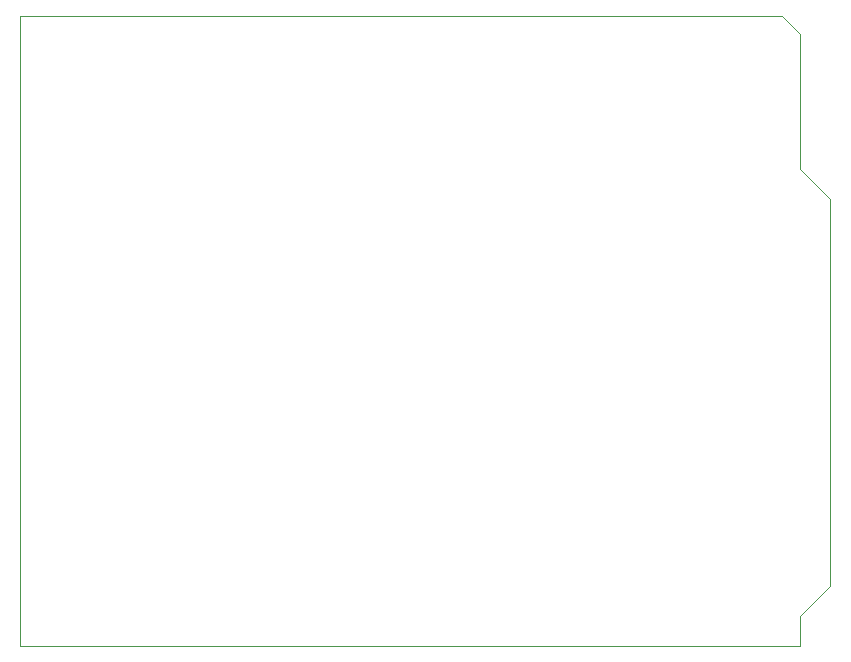
<source format=gko>
%FSLAX66Y66*%
%MOIN*%
%SFA1B1*%

%IPPOS*%
%ADD28C,0.001000*%
%LNesp32-hwe-uno-1*%
%LPD*%
G54D28*
X0Y0D02*
Y2100000D01*
X2540000*
X2600000Y2040000*
Y1590000*
X2700000Y1490000*
Y200000*
X2600000Y100000*
Y0*
X0*
M02*
</source>
